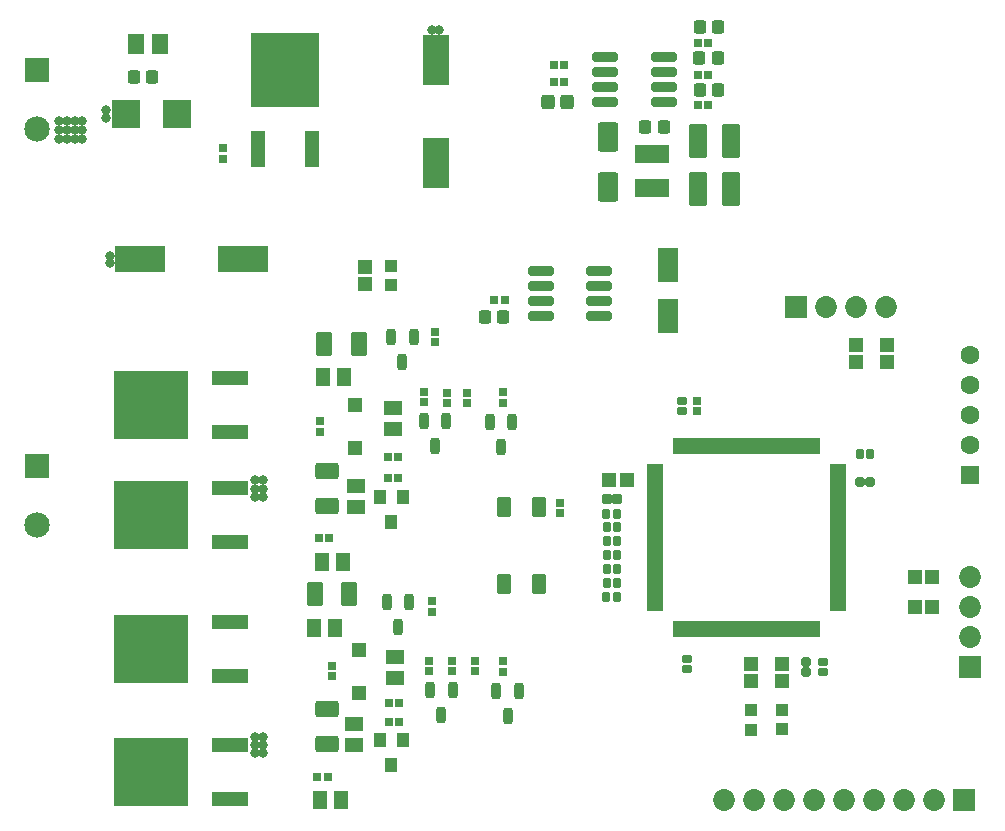
<source format=gts>
G04*
G04 #@! TF.GenerationSoftware,Altium Limited,Altium Designer,24.2.2 (26)*
G04*
G04 Layer_Color=8388736*
%FSLAX44Y44*%
%MOMM*%
G71*
G04*
G04 #@! TF.SameCoordinates,F3FA609E-1BF8-4CEC-B42F-6BA8E99BA353*
G04*
G04*
G04 #@! TF.FilePolarity,Negative*
G04*
G01*
G75*
%ADD55R,0.5232X1.4032*%
%ADD56R,1.4032X0.5232*%
%ADD57R,1.2040X1.2040*%
%ADD58R,1.4532X1.7032*%
%ADD59R,3.0332X1.1732*%
%ADD60R,6.3032X5.8332*%
%ADD61R,1.1732X3.0332*%
%ADD62R,5.8332X6.3032*%
G04:AMPARAMS|DCode=63|XSize=1.754mm|YSize=1.204mm|CornerRadius=0.227mm|HoleSize=0mm|Usage=FLASHONLY|Rotation=270.000|XOffset=0mm|YOffset=0mm|HoleType=Round|Shape=RoundedRectangle|*
%AMROUNDEDRECTD63*
21,1,1.7540,0.7500,0,0,270.0*
21,1,1.3000,1.2040,0,0,270.0*
1,1,0.4540,-0.3750,-0.6500*
1,1,0.4540,-0.3750,0.6500*
1,1,0.4540,0.3750,0.6500*
1,1,0.4540,0.3750,-0.6500*
%
%ADD63ROUNDEDRECTD63*%
%ADD64R,1.0032X1.0032*%
%ADD65R,0.7632X0.8032*%
%ADD66R,0.8032X0.7632*%
G04:AMPARAMS|DCode=67|XSize=2.1732mm|YSize=0.8032mm|CornerRadius=0.1766mm|HoleSize=0mm|Usage=FLASHONLY|Rotation=180.000|XOffset=0mm|YOffset=0mm|HoleType=Round|Shape=RoundedRectangle|*
%AMROUNDEDRECTD67*
21,1,2.1732,0.4500,0,0,180.0*
21,1,1.8200,0.8032,0,0,180.0*
1,1,0.3532,-0.9100,0.2250*
1,1,0.3532,0.9100,0.2250*
1,1,0.3532,0.9100,-0.2250*
1,1,0.3532,-0.9100,-0.2250*
%
%ADD67ROUNDEDRECTD67*%
%ADD68R,2.9232X1.5032*%
%ADD69R,1.2032X1.1732*%
G04:AMPARAMS|DCode=70|XSize=1.4332mm|YSize=0.8032mm|CornerRadius=0.2516mm|HoleSize=0mm|Usage=FLASHONLY|Rotation=270.000|XOffset=0mm|YOffset=0mm|HoleType=Round|Shape=RoundedRectangle|*
%AMROUNDEDRECTD70*
21,1,1.4332,0.3000,0,0,270.0*
21,1,0.9300,0.8032,0,0,270.0*
1,1,0.5032,-0.1500,-0.4650*
1,1,0.5032,-0.1500,0.4650*
1,1,0.5032,0.1500,0.4650*
1,1,0.5032,0.1500,-0.4650*
%
%ADD70ROUNDEDRECTD70*%
%ADD71R,2.4840X2.4840*%
%ADD72R,1.1532X1.1532*%
%ADD73R,1.1532X1.1532*%
G04:AMPARAMS|DCode=74|XSize=2.174mm|YSize=0.804mm|CornerRadius=0.177mm|HoleSize=0mm|Usage=FLASHONLY|Rotation=180.000|XOffset=0mm|YOffset=0mm|HoleType=Round|Shape=RoundedRectangle|*
%AMROUNDEDRECTD74*
21,1,2.1740,0.4500,0,0,180.0*
21,1,1.8200,0.8040,0,0,180.0*
1,1,0.3540,-0.9100,0.2250*
1,1,0.3540,0.9100,0.2250*
1,1,0.3540,0.9100,-0.2250*
1,1,0.3540,-0.9100,-0.2250*
%
%ADD74ROUNDEDRECTD74*%
%ADD75R,1.5532X1.2032*%
%ADD76R,1.2032X1.5532*%
%ADD77R,1.8032X3.0032*%
%ADD78R,1.0540X1.2040*%
G04:AMPARAMS|DCode=79|XSize=2.5332mm|YSize=1.7532mm|CornerRadius=0.2954mm|HoleSize=0mm|Usage=FLASHONLY|Rotation=270.000|XOffset=0mm|YOffset=0mm|HoleType=Round|Shape=RoundedRectangle|*
%AMROUNDEDRECTD79*
21,1,2.5332,1.1625,0,0,270.0*
21,1,1.9425,1.7532,0,0,270.0*
1,1,0.5907,-0.5813,-0.9712*
1,1,0.5907,-0.5813,0.9712*
1,1,0.5907,0.5813,0.9712*
1,1,0.5907,0.5813,-0.9712*
%
%ADD79ROUNDEDRECTD79*%
G04:AMPARAMS|DCode=80|XSize=1.5732mm|YSize=2.9232mm|CornerRadius=0.2729mm|HoleSize=0mm|Usage=FLASHONLY|Rotation=180.000|XOffset=0mm|YOffset=0mm|HoleType=Round|Shape=RoundedRectangle|*
%AMROUNDEDRECTD80*
21,1,1.5732,2.3775,0,0,180.0*
21,1,1.0275,2.9232,0,0,180.0*
1,1,0.5457,-0.5138,1.1888*
1,1,0.5457,0.5138,1.1888*
1,1,0.5457,0.5138,-1.1888*
1,1,0.5457,-0.5138,-1.1888*
%
%ADD80ROUNDEDRECTD80*%
G04:AMPARAMS|DCode=81|XSize=1.2532mm|YSize=1.5832mm|CornerRadius=0.2329mm|HoleSize=0mm|Usage=FLASHONLY|Rotation=180.000|XOffset=0mm|YOffset=0mm|HoleType=Round|Shape=RoundedRectangle|*
%AMROUNDEDRECTD81*
21,1,1.2532,1.1175,0,0,180.0*
21,1,0.7875,1.5832,0,0,180.0*
1,1,0.4657,-0.3938,0.5587*
1,1,0.4657,0.3938,0.5587*
1,1,0.4657,0.3938,-0.5587*
1,1,0.4657,-0.3938,-0.5587*
%
%ADD81ROUNDEDRECTD81*%
G04:AMPARAMS|DCode=82|XSize=1.2532mm|YSize=1.5832mm|CornerRadius=0.2329mm|HoleSize=0mm|Usage=FLASHONLY|Rotation=90.000|XOffset=0mm|YOffset=0mm|HoleType=Round|Shape=RoundedRectangle|*
%AMROUNDEDRECTD82*
21,1,1.2532,1.1175,0,0,90.0*
21,1,0.7875,1.5832,0,0,90.0*
1,1,0.4657,0.5587,0.3938*
1,1,0.4657,0.5587,-0.3938*
1,1,0.4657,-0.5587,-0.3938*
1,1,0.4657,-0.5587,0.3938*
%
%ADD82ROUNDEDRECTD82*%
%ADD83R,2.2032X4.3032*%
%ADD84R,4.3032X2.2032*%
G04:AMPARAMS|DCode=85|XSize=0.7432mm|YSize=0.8032mm|CornerRadius=0.1691mm|HoleSize=0mm|Usage=FLASHONLY|Rotation=0.000|XOffset=0mm|YOffset=0mm|HoleType=Round|Shape=RoundedRectangle|*
%AMROUNDEDRECTD85*
21,1,0.7432,0.4650,0,0,0.0*
21,1,0.4050,0.8032,0,0,0.0*
1,1,0.3382,0.2025,-0.2325*
1,1,0.3382,-0.2025,-0.2325*
1,1,0.3382,-0.2025,0.2325*
1,1,0.3382,0.2025,0.2325*
%
%ADD85ROUNDEDRECTD85*%
G04:AMPARAMS|DCode=86|XSize=0.7432mm|YSize=0.8032mm|CornerRadius=0.1691mm|HoleSize=0mm|Usage=FLASHONLY|Rotation=90.000|XOffset=0mm|YOffset=0mm|HoleType=Round|Shape=RoundedRectangle|*
%AMROUNDEDRECTD86*
21,1,0.7432,0.4650,0,0,90.0*
21,1,0.4050,0.8032,0,0,90.0*
1,1,0.3382,0.2325,0.2025*
1,1,0.3382,0.2325,-0.2025*
1,1,0.3382,-0.2325,-0.2025*
1,1,0.3382,-0.2325,0.2025*
%
%ADD86ROUNDEDRECTD86*%
G04:AMPARAMS|DCode=87|XSize=1.144mm|YSize=1.224mm|CornerRadius=0.2195mm|HoleSize=0mm|Usage=FLASHONLY|Rotation=0.000|XOffset=0mm|YOffset=0mm|HoleType=Round|Shape=RoundedRectangle|*
%AMROUNDEDRECTD87*
21,1,1.1440,0.7850,0,0,0.0*
21,1,0.7050,1.2240,0,0,0.0*
1,1,0.4390,0.3525,-0.3925*
1,1,0.4390,-0.3525,-0.3925*
1,1,0.4390,-0.3525,0.3925*
1,1,0.4390,0.3525,0.3925*
%
%ADD87ROUNDEDRECTD87*%
G04:AMPARAMS|DCode=88|XSize=1.0732mm|YSize=1.1332mm|CornerRadius=0.2104mm|HoleSize=0mm|Usage=FLASHONLY|Rotation=0.000|XOffset=0mm|YOffset=0mm|HoleType=Round|Shape=RoundedRectangle|*
%AMROUNDEDRECTD88*
21,1,1.0732,0.7125,0,0,0.0*
21,1,0.6525,1.1332,0,0,0.0*
1,1,0.4207,0.3263,-0.3563*
1,1,0.4207,-0.3263,-0.3563*
1,1,0.4207,-0.3263,0.3563*
1,1,0.4207,0.3263,0.3563*
%
%ADD88ROUNDEDRECTD88*%
G04:AMPARAMS|DCode=89|XSize=1.074mm|YSize=1.134mm|CornerRadius=0.2108mm|HoleSize=0mm|Usage=FLASHONLY|Rotation=180.000|XOffset=0mm|YOffset=0mm|HoleType=Round|Shape=RoundedRectangle|*
%AMROUNDEDRECTD89*
21,1,1.0740,0.7125,0,0,180.0*
21,1,0.6525,1.1340,0,0,180.0*
1,1,0.4215,-0.3263,0.3563*
1,1,0.4215,0.3263,0.3563*
1,1,0.4215,0.3263,-0.3563*
1,1,0.4215,-0.3263,-0.3563*
%
%ADD89ROUNDEDRECTD89*%
G04:AMPARAMS|DCode=90|XSize=0.844mm|YSize=0.924mm|CornerRadius=0.182mm|HoleSize=0mm|Usage=FLASHONLY|Rotation=0.000|XOffset=0mm|YOffset=0mm|HoleType=Round|Shape=RoundedRectangle|*
%AMROUNDEDRECTD90*
21,1,0.8440,0.5600,0,0,0.0*
21,1,0.4800,0.9240,0,0,0.0*
1,1,0.3640,0.2400,-0.2800*
1,1,0.3640,-0.2400,-0.2800*
1,1,0.3640,-0.2400,0.2800*
1,1,0.3640,0.2400,0.2800*
%
%ADD90ROUNDEDRECTD90*%
G04:AMPARAMS|DCode=91|XSize=0.764mm|YSize=0.834mm|CornerRadius=0.172mm|HoleSize=0mm|Usage=FLASHONLY|Rotation=180.000|XOffset=0mm|YOffset=0mm|HoleType=Round|Shape=RoundedRectangle|*
%AMROUNDEDRECTD91*
21,1,0.7640,0.4900,0,0,180.0*
21,1,0.4200,0.8340,0,0,180.0*
1,1,0.3440,-0.2100,0.2450*
1,1,0.3440,0.2100,0.2450*
1,1,0.3440,0.2100,-0.2450*
1,1,0.3440,-0.2100,-0.2450*
%
%ADD91ROUNDEDRECTD91*%
G04:AMPARAMS|DCode=92|XSize=0.764mm|YSize=0.834mm|CornerRadius=0.172mm|HoleSize=0mm|Usage=FLASHONLY|Rotation=90.000|XOffset=0mm|YOffset=0mm|HoleType=Round|Shape=RoundedRectangle|*
%AMROUNDEDRECTD92*
21,1,0.7640,0.4900,0,0,90.0*
21,1,0.4200,0.8340,0,0,90.0*
1,1,0.3440,0.2450,0.2100*
1,1,0.3440,0.2450,-0.2100*
1,1,0.3440,-0.2450,-0.2100*
1,1,0.3440,-0.2450,0.2100*
%
%ADD92ROUNDEDRECTD92*%
G04:AMPARAMS|DCode=93|XSize=1.404mm|YSize=2.024mm|CornerRadius=0.252mm|HoleSize=0mm|Usage=FLASHONLY|Rotation=180.000|XOffset=0mm|YOffset=0mm|HoleType=Round|Shape=RoundedRectangle|*
%AMROUNDEDRECTD93*
21,1,1.4040,1.5200,0,0,180.0*
21,1,0.9000,2.0240,0,0,180.0*
1,1,0.5040,-0.4500,0.7600*
1,1,0.5040,0.4500,0.7600*
1,1,0.5040,0.4500,-0.7600*
1,1,0.5040,-0.4500,-0.7600*
%
%ADD93ROUNDEDRECTD93*%
G04:AMPARAMS|DCode=94|XSize=1.404mm|YSize=2.024mm|CornerRadius=0.252mm|HoleSize=0mm|Usage=FLASHONLY|Rotation=270.000|XOffset=0mm|YOffset=0mm|HoleType=Round|Shape=RoundedRectangle|*
%AMROUNDEDRECTD94*
21,1,1.4040,1.5200,0,0,270.0*
21,1,0.9000,2.0240,0,0,270.0*
1,1,0.5040,-0.7600,-0.4500*
1,1,0.5040,-0.7600,0.4500*
1,1,0.5040,0.7600,0.4500*
1,1,0.5040,0.7600,-0.4500*
%
%ADD94ROUNDEDRECTD94*%
%ADD95C,2.1532*%
%ADD96R,2.1532X2.1532*%
%ADD97C,1.8532*%
%ADD98R,1.8532X1.8532*%
%ADD99R,1.6012X1.6012*%
%ADD100C,1.6012*%
%ADD101R,1.8532X1.8532*%
%ADD102C,0.8032*%
D55*
X1121000Y762000D02*
D03*
X1126000D02*
D03*
X1131000D02*
D03*
X1136000D02*
D03*
X1141000D02*
D03*
X1146000D02*
D03*
X1151000D02*
D03*
X1156000D02*
D03*
X1161000D02*
D03*
X1166000D02*
D03*
X1171000D02*
D03*
X1176000D02*
D03*
X1181000D02*
D03*
X1186000D02*
D03*
X1191000D02*
D03*
X1196000D02*
D03*
X1201000D02*
D03*
X1206000D02*
D03*
X1211000D02*
D03*
X1216000D02*
D03*
X1221000D02*
D03*
X1226000D02*
D03*
X1231000D02*
D03*
X1236000D02*
D03*
X1241000D02*
D03*
Y607000D02*
D03*
X1236000D02*
D03*
X1231000D02*
D03*
X1226000D02*
D03*
X1221000D02*
D03*
X1216000D02*
D03*
X1211000D02*
D03*
X1206000D02*
D03*
X1201000D02*
D03*
X1196000D02*
D03*
X1191000D02*
D03*
X1186000D02*
D03*
X1181000D02*
D03*
X1176000D02*
D03*
X1171000D02*
D03*
X1166000D02*
D03*
X1161000D02*
D03*
X1156000D02*
D03*
X1151000D02*
D03*
X1146000D02*
D03*
X1141000D02*
D03*
X1136000D02*
D03*
X1131000D02*
D03*
X1126000D02*
D03*
X1121000D02*
D03*
D56*
X1258500Y744500D02*
D03*
Y739500D02*
D03*
Y734500D02*
D03*
Y729500D02*
D03*
Y724500D02*
D03*
Y719500D02*
D03*
Y714500D02*
D03*
Y709500D02*
D03*
Y704500D02*
D03*
Y699500D02*
D03*
Y694500D02*
D03*
Y689500D02*
D03*
Y684500D02*
D03*
Y679500D02*
D03*
Y674500D02*
D03*
Y669500D02*
D03*
Y664500D02*
D03*
Y659500D02*
D03*
Y654500D02*
D03*
Y649500D02*
D03*
Y644500D02*
D03*
Y639500D02*
D03*
Y634500D02*
D03*
Y629500D02*
D03*
Y624500D02*
D03*
X1103500D02*
D03*
Y629500D02*
D03*
Y634500D02*
D03*
Y639500D02*
D03*
Y644500D02*
D03*
Y649500D02*
D03*
Y654500D02*
D03*
Y659500D02*
D03*
Y664500D02*
D03*
Y669500D02*
D03*
Y674500D02*
D03*
Y679500D02*
D03*
Y684500D02*
D03*
Y689500D02*
D03*
Y694500D02*
D03*
Y699500D02*
D03*
Y704500D02*
D03*
Y709500D02*
D03*
Y714500D02*
D03*
Y719500D02*
D03*
Y724500D02*
D03*
Y729500D02*
D03*
Y734500D02*
D03*
Y739500D02*
D03*
Y744500D02*
D03*
D57*
X849751Y797000D02*
D03*
Y760500D02*
D03*
X853250Y553000D02*
D03*
Y589500D02*
D03*
D58*
X684500Y1102000D02*
D03*
X664000D02*
D03*
D59*
X743400Y773850D02*
D03*
Y819650D02*
D03*
Y566850D02*
D03*
Y612650D02*
D03*
Y463350D02*
D03*
Y509150D02*
D03*
Y680350D02*
D03*
Y726150D02*
D03*
D60*
X676900Y796750D02*
D03*
Y589750D02*
D03*
Y486250D02*
D03*
Y703250D02*
D03*
D61*
X767100Y1013600D02*
D03*
X812900D02*
D03*
D62*
X790000Y1080100D02*
D03*
D63*
X1005250Y644972D02*
D03*
X975278Y710250D02*
D03*
X1005250D02*
D03*
X975278Y645226D02*
D03*
D64*
X880000Y898000D02*
D03*
Y914500D02*
D03*
X1185000Y521750D02*
D03*
Y538250D02*
D03*
X1211250Y522000D02*
D03*
Y538500D02*
D03*
D65*
X1148450Y1050500D02*
D03*
X1139750D02*
D03*
X1026750Y1084750D02*
D03*
X1018050D02*
D03*
X1139650Y1076250D02*
D03*
X1148350D02*
D03*
X1139650Y1103500D02*
D03*
X1148350D02*
D03*
X976200Y885350D02*
D03*
X967500D02*
D03*
X877401Y734500D02*
D03*
X886101D02*
D03*
X878051Y528000D02*
D03*
X886751D02*
D03*
X877401Y752750D02*
D03*
X886101D02*
D03*
X886850Y544000D02*
D03*
X878150D02*
D03*
X827851Y684000D02*
D03*
X819151D02*
D03*
X817646Y481750D02*
D03*
X826346D02*
D03*
X1026850Y1070250D02*
D03*
X1018150D02*
D03*
D66*
X1138750Y799850D02*
D03*
Y791150D02*
D03*
X1022750Y713750D02*
D03*
Y705050D02*
D03*
X820001Y782850D02*
D03*
Y774150D02*
D03*
X829751Y575850D02*
D03*
Y567150D02*
D03*
X917501Y858350D02*
D03*
Y849650D02*
D03*
X914501Y621650D02*
D03*
Y630350D02*
D03*
X927251Y798150D02*
D03*
Y806850D02*
D03*
X944501Y798400D02*
D03*
Y807100D02*
D03*
X951085Y571050D02*
D03*
Y579750D02*
D03*
X931668Y579850D02*
D03*
Y571150D02*
D03*
X908251Y798900D02*
D03*
Y807600D02*
D03*
X912251Y579850D02*
D03*
Y571150D02*
D03*
X974500Y570900D02*
D03*
Y579600D02*
D03*
Y798650D02*
D03*
Y807350D02*
D03*
X737500Y1013850D02*
D03*
Y1005150D02*
D03*
D67*
X1007000Y871950D02*
D03*
Y884650D02*
D03*
Y897350D02*
D03*
Y910050D02*
D03*
X1056500D02*
D03*
Y897350D02*
D03*
Y884650D02*
D03*
Y871950D02*
D03*
D68*
X1101250Y1008850D02*
D03*
Y980650D02*
D03*
D69*
X1064900Y732750D02*
D03*
X1079600D02*
D03*
D70*
X889751Y832900D02*
D03*
X880251Y854100D02*
D03*
X899251D02*
D03*
X886001Y608400D02*
D03*
X876501Y629600D02*
D03*
X895501D02*
D03*
X922751Y534150D02*
D03*
X913251Y555350D02*
D03*
X932251D02*
D03*
X917251Y761550D02*
D03*
X907751Y782750D02*
D03*
X926751D02*
D03*
X978751Y533650D02*
D03*
X969251Y554850D02*
D03*
X988251D02*
D03*
X973251Y760900D02*
D03*
X963751Y782100D02*
D03*
X982751D02*
D03*
D71*
X655850Y1043000D02*
D03*
X699090D02*
D03*
D72*
X858000Y899250D02*
D03*
Y913750D02*
D03*
X1211000Y577250D02*
D03*
Y562750D02*
D03*
X1185000Y577250D02*
D03*
Y562750D02*
D03*
X1273500Y832750D02*
D03*
Y847250D02*
D03*
X1299750Y832750D02*
D03*
Y847250D02*
D03*
D73*
X1323500Y625250D02*
D03*
X1338000D02*
D03*
X1323500Y651000D02*
D03*
X1338000D02*
D03*
D74*
X1110950Y1053200D02*
D03*
Y1065900D02*
D03*
Y1078600D02*
D03*
Y1091300D02*
D03*
X1061550D02*
D03*
Y1078600D02*
D03*
Y1065900D02*
D03*
Y1053200D02*
D03*
D75*
X881750Y776750D02*
D03*
Y794496D02*
D03*
X883250Y583000D02*
D03*
Y565254D02*
D03*
D76*
X821501Y663500D02*
D03*
X839247D02*
D03*
X837746Y462500D02*
D03*
X820000D02*
D03*
D77*
X1114250Y915250D02*
D03*
Y872250D02*
D03*
D78*
X870401Y513000D02*
D03*
X890001D02*
D03*
X880201Y492000D02*
D03*
X870401Y718750D02*
D03*
X890001D02*
D03*
X880201Y697750D02*
D03*
D79*
X1063500Y1023600D02*
D03*
Y980900D02*
D03*
D80*
X1167960Y1019750D02*
D03*
X1139540D02*
D03*
X1167960Y979750D02*
D03*
X1139540D02*
D03*
D81*
X840381Y820750D02*
D03*
X822621D02*
D03*
X832630Y608250D02*
D03*
X814870D02*
D03*
D82*
X849001Y509120D02*
D03*
Y526880D02*
D03*
X850001Y727880D02*
D03*
Y710120D02*
D03*
D83*
X918000Y1001500D02*
D03*
Y1088500D02*
D03*
D84*
X754750Y920000D02*
D03*
X667750D02*
D03*
D85*
X1062680Y646214D02*
D03*
X1071320D02*
D03*
X1062680Y657929D02*
D03*
X1071320D02*
D03*
X1062430Y704786D02*
D03*
X1071070D02*
D03*
X1062680Y693072D02*
D03*
X1071320D02*
D03*
X1285500Y755000D02*
D03*
X1276860D02*
D03*
X1062680Y669643D02*
D03*
X1071320D02*
D03*
X1071070Y634500D02*
D03*
X1062430D02*
D03*
X1071320Y681357D02*
D03*
X1062680D02*
D03*
D86*
X1131000Y572860D02*
D03*
Y581500D02*
D03*
X1246000Y570680D02*
D03*
Y579320D02*
D03*
X1126500Y799820D02*
D03*
Y791180D02*
D03*
D87*
X1029000Y1053250D02*
D03*
X1013200D02*
D03*
D88*
X1141550Y1063250D02*
D03*
X1157150D02*
D03*
X1141400Y1116500D02*
D03*
X1157000D02*
D03*
D89*
X1111050Y1032250D02*
D03*
X1095450D02*
D03*
X662200Y1074250D02*
D03*
X677800D02*
D03*
X1156800Y1090500D02*
D03*
X1141200D02*
D03*
X959450Y871350D02*
D03*
X975050D02*
D03*
D90*
X1071640Y717000D02*
D03*
X1062860D02*
D03*
D91*
X1285530Y731250D02*
D03*
X1276830D02*
D03*
D92*
X1231000Y570650D02*
D03*
Y579350D02*
D03*
D93*
X852601Y848250D02*
D03*
X823401D02*
D03*
X844600Y636251D02*
D03*
X815400D02*
D03*
D94*
X825751Y740600D02*
D03*
Y711400D02*
D03*
X825751Y509900D02*
D03*
Y539100D02*
D03*
D95*
X580000Y1030000D02*
D03*
Y695250D02*
D03*
D96*
Y1080000D02*
D03*
Y745250D02*
D03*
D97*
X1238025Y462000D02*
D03*
X1288825D02*
D03*
X1161825D02*
D03*
X1187225D02*
D03*
X1212625D02*
D03*
X1263425D02*
D03*
X1339625D02*
D03*
X1314225D02*
D03*
X1299300Y879500D02*
D03*
X1273900D02*
D03*
X1248500D02*
D03*
X1370250Y651150D02*
D03*
Y625750D02*
D03*
Y600350D02*
D03*
D98*
X1365025Y462000D02*
D03*
X1223100Y879500D02*
D03*
D99*
X1370250Y737300D02*
D03*
D100*
Y762700D02*
D03*
Y788100D02*
D03*
Y813500D02*
D03*
Y838900D02*
D03*
D101*
Y574950D02*
D03*
D102*
X605568Y1037250D02*
D03*
Y1029500D02*
D03*
X618704Y1021750D02*
D03*
Y1029500D02*
D03*
Y1037250D02*
D03*
X612136Y1021750D02*
D03*
Y1029500D02*
D03*
Y1037250D02*
D03*
X605568Y1021750D02*
D03*
X599000D02*
D03*
Y1029500D02*
D03*
Y1037250D02*
D03*
X771636Y508875D02*
D03*
Y502000D02*
D03*
Y515750D02*
D03*
X764750Y501750D02*
D03*
Y515750D02*
D03*
Y508750D02*
D03*
X771636Y719000D02*
D03*
Y725875D02*
D03*
Y732750D02*
D03*
X764750Y718750D02*
D03*
Y725750D02*
D03*
Y732750D02*
D03*
X914750Y1114250D02*
D03*
X920750D02*
D03*
X642250Y922750D02*
D03*
Y916750D02*
D03*
X638750Y1040000D02*
D03*
Y1046000D02*
D03*
M02*

</source>
